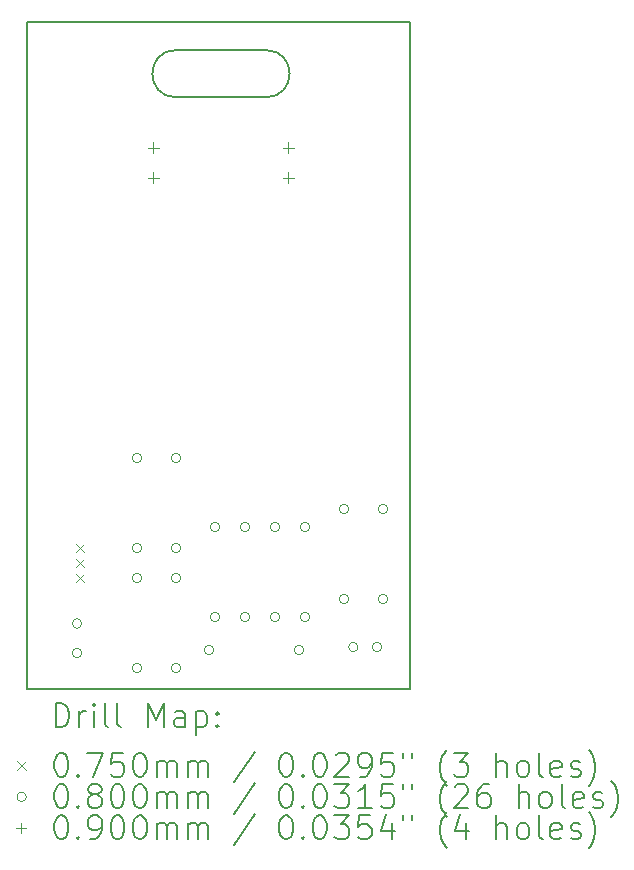
<source format=gbr>
%TF.GenerationSoftware,KiCad,Pcbnew,7.0.2*%
%TF.CreationDate,2023-06-14T17:11:07-03:00*%
%TF.ProjectId,digiKey,64696769-4b65-4792-9e6b-696361645f70,V1*%
%TF.SameCoordinates,Original*%
%TF.FileFunction,Drillmap*%
%TF.FilePolarity,Positive*%
%FSLAX45Y45*%
G04 Gerber Fmt 4.5, Leading zero omitted, Abs format (unit mm)*
G04 Created by KiCad (PCBNEW 7.0.2) date 2023-06-14 17:11:07*
%MOMM*%
%LPD*%
G01*
G04 APERTURE LIST*
%ADD10C,0.200000*%
%ADD11C,0.075000*%
%ADD12C,0.080000*%
%ADD13C,0.090000*%
G04 APERTURE END LIST*
D10*
X14859000Y-10560000D02*
G75*
G03*
X14859000Y-10160000I0J200000D01*
G01*
X14097000Y-10160000D02*
G75*
G03*
X14097000Y-10560000I0J-200000D01*
G01*
X14859000Y-10560000D02*
X14097000Y-10560000D01*
X14097000Y-10160000D02*
X14859000Y-10160000D01*
X12839700Y-9918700D02*
X16078200Y-9918700D01*
X16078200Y-15570200D01*
X12839700Y-15570200D01*
X12839700Y-9918700D01*
D11*
X13246700Y-14338900D02*
X13321700Y-14413900D01*
X13321700Y-14338900D02*
X13246700Y-14413900D01*
X13246700Y-14465900D02*
X13321700Y-14540900D01*
X13321700Y-14465900D02*
X13246700Y-14540900D01*
X13246700Y-14592900D02*
X13321700Y-14667900D01*
X13321700Y-14592900D02*
X13246700Y-14667900D01*
D12*
X13298800Y-15015400D02*
G75*
G03*
X13298800Y-15015400I-40000J0D01*
G01*
X13298800Y-15265400D02*
G75*
G03*
X13298800Y-15265400I-40000J0D01*
G01*
X13806800Y-13614400D02*
G75*
G03*
X13806800Y-13614400I-40000J0D01*
G01*
X13806800Y-14376400D02*
G75*
G03*
X13806800Y-14376400I-40000J0D01*
G01*
X13806800Y-14630400D02*
G75*
G03*
X13806800Y-14630400I-40000J0D01*
G01*
X13806800Y-15392400D02*
G75*
G03*
X13806800Y-15392400I-40000J0D01*
G01*
X14137000Y-13614400D02*
G75*
G03*
X14137000Y-13614400I-40000J0D01*
G01*
X14137000Y-14376400D02*
G75*
G03*
X14137000Y-14376400I-40000J0D01*
G01*
X14137000Y-14630400D02*
G75*
G03*
X14137000Y-14630400I-40000J0D01*
G01*
X14137000Y-15392400D02*
G75*
G03*
X14137000Y-15392400I-40000J0D01*
G01*
X14416400Y-15240000D02*
G75*
G03*
X14416400Y-15240000I-40000J0D01*
G01*
X14467200Y-14198600D02*
G75*
G03*
X14467200Y-14198600I-40000J0D01*
G01*
X14467200Y-14960600D02*
G75*
G03*
X14467200Y-14960600I-40000J0D01*
G01*
X14721200Y-14198600D02*
G75*
G03*
X14721200Y-14198600I-40000J0D01*
G01*
X14721200Y-14960600D02*
G75*
G03*
X14721200Y-14960600I-40000J0D01*
G01*
X14975200Y-14198600D02*
G75*
G03*
X14975200Y-14198600I-40000J0D01*
G01*
X14975200Y-14960600D02*
G75*
G03*
X14975200Y-14960600I-40000J0D01*
G01*
X15178400Y-15240000D02*
G75*
G03*
X15178400Y-15240000I-40000J0D01*
G01*
X15229200Y-14198600D02*
G75*
G03*
X15229200Y-14198600I-40000J0D01*
G01*
X15229200Y-14960600D02*
G75*
G03*
X15229200Y-14960600I-40000J0D01*
G01*
X15559400Y-14046200D02*
G75*
G03*
X15559400Y-14046200I-40000J0D01*
G01*
X15559400Y-14808200D02*
G75*
G03*
X15559400Y-14808200I-40000J0D01*
G01*
X15638800Y-15214600D02*
G75*
G03*
X15638800Y-15214600I-40000J0D01*
G01*
X15838800Y-15214600D02*
G75*
G03*
X15838800Y-15214600I-40000J0D01*
G01*
X15889600Y-14046200D02*
G75*
G03*
X15889600Y-14046200I-40000J0D01*
G01*
X15889600Y-14808200D02*
G75*
G03*
X15889600Y-14808200I-40000J0D01*
G01*
D13*
X13906500Y-10940500D02*
X13906500Y-11030500D01*
X13861500Y-10985500D02*
X13951500Y-10985500D01*
X13906500Y-11194500D02*
X13906500Y-11284500D01*
X13861500Y-11239500D02*
X13951500Y-11239500D01*
X15049500Y-10940500D02*
X15049500Y-11030500D01*
X15004500Y-10985500D02*
X15094500Y-10985500D01*
X15049500Y-11194500D02*
X15049500Y-11284500D01*
X15004500Y-11239500D02*
X15094500Y-11239500D01*
D10*
X13077319Y-15892724D02*
X13077319Y-15692724D01*
X13077319Y-15692724D02*
X13124938Y-15692724D01*
X13124938Y-15692724D02*
X13153509Y-15702248D01*
X13153509Y-15702248D02*
X13172557Y-15721295D01*
X13172557Y-15721295D02*
X13182081Y-15740343D01*
X13182081Y-15740343D02*
X13191605Y-15778438D01*
X13191605Y-15778438D02*
X13191605Y-15807009D01*
X13191605Y-15807009D02*
X13182081Y-15845105D01*
X13182081Y-15845105D02*
X13172557Y-15864152D01*
X13172557Y-15864152D02*
X13153509Y-15883200D01*
X13153509Y-15883200D02*
X13124938Y-15892724D01*
X13124938Y-15892724D02*
X13077319Y-15892724D01*
X13277319Y-15892724D02*
X13277319Y-15759390D01*
X13277319Y-15797486D02*
X13286843Y-15778438D01*
X13286843Y-15778438D02*
X13296367Y-15768914D01*
X13296367Y-15768914D02*
X13315414Y-15759390D01*
X13315414Y-15759390D02*
X13334462Y-15759390D01*
X13401128Y-15892724D02*
X13401128Y-15759390D01*
X13401128Y-15692724D02*
X13391605Y-15702248D01*
X13391605Y-15702248D02*
X13401128Y-15711771D01*
X13401128Y-15711771D02*
X13410652Y-15702248D01*
X13410652Y-15702248D02*
X13401128Y-15692724D01*
X13401128Y-15692724D02*
X13401128Y-15711771D01*
X13524938Y-15892724D02*
X13505890Y-15883200D01*
X13505890Y-15883200D02*
X13496367Y-15864152D01*
X13496367Y-15864152D02*
X13496367Y-15692724D01*
X13629700Y-15892724D02*
X13610652Y-15883200D01*
X13610652Y-15883200D02*
X13601128Y-15864152D01*
X13601128Y-15864152D02*
X13601128Y-15692724D01*
X13858271Y-15892724D02*
X13858271Y-15692724D01*
X13858271Y-15692724D02*
X13924938Y-15835581D01*
X13924938Y-15835581D02*
X13991605Y-15692724D01*
X13991605Y-15692724D02*
X13991605Y-15892724D01*
X14172557Y-15892724D02*
X14172557Y-15787962D01*
X14172557Y-15787962D02*
X14163033Y-15768914D01*
X14163033Y-15768914D02*
X14143986Y-15759390D01*
X14143986Y-15759390D02*
X14105890Y-15759390D01*
X14105890Y-15759390D02*
X14086843Y-15768914D01*
X14172557Y-15883200D02*
X14153509Y-15892724D01*
X14153509Y-15892724D02*
X14105890Y-15892724D01*
X14105890Y-15892724D02*
X14086843Y-15883200D01*
X14086843Y-15883200D02*
X14077319Y-15864152D01*
X14077319Y-15864152D02*
X14077319Y-15845105D01*
X14077319Y-15845105D02*
X14086843Y-15826057D01*
X14086843Y-15826057D02*
X14105890Y-15816533D01*
X14105890Y-15816533D02*
X14153509Y-15816533D01*
X14153509Y-15816533D02*
X14172557Y-15807009D01*
X14267795Y-15759390D02*
X14267795Y-15959390D01*
X14267795Y-15768914D02*
X14286843Y-15759390D01*
X14286843Y-15759390D02*
X14324938Y-15759390D01*
X14324938Y-15759390D02*
X14343986Y-15768914D01*
X14343986Y-15768914D02*
X14353509Y-15778438D01*
X14353509Y-15778438D02*
X14363033Y-15797486D01*
X14363033Y-15797486D02*
X14363033Y-15854628D01*
X14363033Y-15854628D02*
X14353509Y-15873676D01*
X14353509Y-15873676D02*
X14343986Y-15883200D01*
X14343986Y-15883200D02*
X14324938Y-15892724D01*
X14324938Y-15892724D02*
X14286843Y-15892724D01*
X14286843Y-15892724D02*
X14267795Y-15883200D01*
X14448748Y-15873676D02*
X14458271Y-15883200D01*
X14458271Y-15883200D02*
X14448748Y-15892724D01*
X14448748Y-15892724D02*
X14439224Y-15883200D01*
X14439224Y-15883200D02*
X14448748Y-15873676D01*
X14448748Y-15873676D02*
X14448748Y-15892724D01*
X14448748Y-15768914D02*
X14458271Y-15778438D01*
X14458271Y-15778438D02*
X14448748Y-15787962D01*
X14448748Y-15787962D02*
X14439224Y-15778438D01*
X14439224Y-15778438D02*
X14448748Y-15768914D01*
X14448748Y-15768914D02*
X14448748Y-15787962D01*
D11*
X12754700Y-16182700D02*
X12829700Y-16257700D01*
X12829700Y-16182700D02*
X12754700Y-16257700D01*
D10*
X13115414Y-16112724D02*
X13134462Y-16112724D01*
X13134462Y-16112724D02*
X13153509Y-16122248D01*
X13153509Y-16122248D02*
X13163033Y-16131771D01*
X13163033Y-16131771D02*
X13172557Y-16150819D01*
X13172557Y-16150819D02*
X13182081Y-16188914D01*
X13182081Y-16188914D02*
X13182081Y-16236533D01*
X13182081Y-16236533D02*
X13172557Y-16274628D01*
X13172557Y-16274628D02*
X13163033Y-16293676D01*
X13163033Y-16293676D02*
X13153509Y-16303200D01*
X13153509Y-16303200D02*
X13134462Y-16312724D01*
X13134462Y-16312724D02*
X13115414Y-16312724D01*
X13115414Y-16312724D02*
X13096367Y-16303200D01*
X13096367Y-16303200D02*
X13086843Y-16293676D01*
X13086843Y-16293676D02*
X13077319Y-16274628D01*
X13077319Y-16274628D02*
X13067795Y-16236533D01*
X13067795Y-16236533D02*
X13067795Y-16188914D01*
X13067795Y-16188914D02*
X13077319Y-16150819D01*
X13077319Y-16150819D02*
X13086843Y-16131771D01*
X13086843Y-16131771D02*
X13096367Y-16122248D01*
X13096367Y-16122248D02*
X13115414Y-16112724D01*
X13267795Y-16293676D02*
X13277319Y-16303200D01*
X13277319Y-16303200D02*
X13267795Y-16312724D01*
X13267795Y-16312724D02*
X13258271Y-16303200D01*
X13258271Y-16303200D02*
X13267795Y-16293676D01*
X13267795Y-16293676D02*
X13267795Y-16312724D01*
X13343986Y-16112724D02*
X13477319Y-16112724D01*
X13477319Y-16112724D02*
X13391605Y-16312724D01*
X13648748Y-16112724D02*
X13553509Y-16112724D01*
X13553509Y-16112724D02*
X13543986Y-16207962D01*
X13543986Y-16207962D02*
X13553509Y-16198438D01*
X13553509Y-16198438D02*
X13572557Y-16188914D01*
X13572557Y-16188914D02*
X13620176Y-16188914D01*
X13620176Y-16188914D02*
X13639224Y-16198438D01*
X13639224Y-16198438D02*
X13648748Y-16207962D01*
X13648748Y-16207962D02*
X13658271Y-16227009D01*
X13658271Y-16227009D02*
X13658271Y-16274628D01*
X13658271Y-16274628D02*
X13648748Y-16293676D01*
X13648748Y-16293676D02*
X13639224Y-16303200D01*
X13639224Y-16303200D02*
X13620176Y-16312724D01*
X13620176Y-16312724D02*
X13572557Y-16312724D01*
X13572557Y-16312724D02*
X13553509Y-16303200D01*
X13553509Y-16303200D02*
X13543986Y-16293676D01*
X13782081Y-16112724D02*
X13801129Y-16112724D01*
X13801129Y-16112724D02*
X13820176Y-16122248D01*
X13820176Y-16122248D02*
X13829700Y-16131771D01*
X13829700Y-16131771D02*
X13839224Y-16150819D01*
X13839224Y-16150819D02*
X13848748Y-16188914D01*
X13848748Y-16188914D02*
X13848748Y-16236533D01*
X13848748Y-16236533D02*
X13839224Y-16274628D01*
X13839224Y-16274628D02*
X13829700Y-16293676D01*
X13829700Y-16293676D02*
X13820176Y-16303200D01*
X13820176Y-16303200D02*
X13801129Y-16312724D01*
X13801129Y-16312724D02*
X13782081Y-16312724D01*
X13782081Y-16312724D02*
X13763033Y-16303200D01*
X13763033Y-16303200D02*
X13753509Y-16293676D01*
X13753509Y-16293676D02*
X13743986Y-16274628D01*
X13743986Y-16274628D02*
X13734462Y-16236533D01*
X13734462Y-16236533D02*
X13734462Y-16188914D01*
X13734462Y-16188914D02*
X13743986Y-16150819D01*
X13743986Y-16150819D02*
X13753509Y-16131771D01*
X13753509Y-16131771D02*
X13763033Y-16122248D01*
X13763033Y-16122248D02*
X13782081Y-16112724D01*
X13934462Y-16312724D02*
X13934462Y-16179390D01*
X13934462Y-16198438D02*
X13943986Y-16188914D01*
X13943986Y-16188914D02*
X13963033Y-16179390D01*
X13963033Y-16179390D02*
X13991605Y-16179390D01*
X13991605Y-16179390D02*
X14010652Y-16188914D01*
X14010652Y-16188914D02*
X14020176Y-16207962D01*
X14020176Y-16207962D02*
X14020176Y-16312724D01*
X14020176Y-16207962D02*
X14029700Y-16188914D01*
X14029700Y-16188914D02*
X14048748Y-16179390D01*
X14048748Y-16179390D02*
X14077319Y-16179390D01*
X14077319Y-16179390D02*
X14096367Y-16188914D01*
X14096367Y-16188914D02*
X14105890Y-16207962D01*
X14105890Y-16207962D02*
X14105890Y-16312724D01*
X14201129Y-16312724D02*
X14201129Y-16179390D01*
X14201129Y-16198438D02*
X14210652Y-16188914D01*
X14210652Y-16188914D02*
X14229700Y-16179390D01*
X14229700Y-16179390D02*
X14258271Y-16179390D01*
X14258271Y-16179390D02*
X14277319Y-16188914D01*
X14277319Y-16188914D02*
X14286843Y-16207962D01*
X14286843Y-16207962D02*
X14286843Y-16312724D01*
X14286843Y-16207962D02*
X14296367Y-16188914D01*
X14296367Y-16188914D02*
X14315414Y-16179390D01*
X14315414Y-16179390D02*
X14343986Y-16179390D01*
X14343986Y-16179390D02*
X14363033Y-16188914D01*
X14363033Y-16188914D02*
X14372557Y-16207962D01*
X14372557Y-16207962D02*
X14372557Y-16312724D01*
X14763033Y-16103200D02*
X14591605Y-16360343D01*
X15020176Y-16112724D02*
X15039224Y-16112724D01*
X15039224Y-16112724D02*
X15058272Y-16122248D01*
X15058272Y-16122248D02*
X15067795Y-16131771D01*
X15067795Y-16131771D02*
X15077319Y-16150819D01*
X15077319Y-16150819D02*
X15086843Y-16188914D01*
X15086843Y-16188914D02*
X15086843Y-16236533D01*
X15086843Y-16236533D02*
X15077319Y-16274628D01*
X15077319Y-16274628D02*
X15067795Y-16293676D01*
X15067795Y-16293676D02*
X15058272Y-16303200D01*
X15058272Y-16303200D02*
X15039224Y-16312724D01*
X15039224Y-16312724D02*
X15020176Y-16312724D01*
X15020176Y-16312724D02*
X15001129Y-16303200D01*
X15001129Y-16303200D02*
X14991605Y-16293676D01*
X14991605Y-16293676D02*
X14982081Y-16274628D01*
X14982081Y-16274628D02*
X14972557Y-16236533D01*
X14972557Y-16236533D02*
X14972557Y-16188914D01*
X14972557Y-16188914D02*
X14982081Y-16150819D01*
X14982081Y-16150819D02*
X14991605Y-16131771D01*
X14991605Y-16131771D02*
X15001129Y-16122248D01*
X15001129Y-16122248D02*
X15020176Y-16112724D01*
X15172557Y-16293676D02*
X15182081Y-16303200D01*
X15182081Y-16303200D02*
X15172557Y-16312724D01*
X15172557Y-16312724D02*
X15163033Y-16303200D01*
X15163033Y-16303200D02*
X15172557Y-16293676D01*
X15172557Y-16293676D02*
X15172557Y-16312724D01*
X15305891Y-16112724D02*
X15324938Y-16112724D01*
X15324938Y-16112724D02*
X15343986Y-16122248D01*
X15343986Y-16122248D02*
X15353510Y-16131771D01*
X15353510Y-16131771D02*
X15363033Y-16150819D01*
X15363033Y-16150819D02*
X15372557Y-16188914D01*
X15372557Y-16188914D02*
X15372557Y-16236533D01*
X15372557Y-16236533D02*
X15363033Y-16274628D01*
X15363033Y-16274628D02*
X15353510Y-16293676D01*
X15353510Y-16293676D02*
X15343986Y-16303200D01*
X15343986Y-16303200D02*
X15324938Y-16312724D01*
X15324938Y-16312724D02*
X15305891Y-16312724D01*
X15305891Y-16312724D02*
X15286843Y-16303200D01*
X15286843Y-16303200D02*
X15277319Y-16293676D01*
X15277319Y-16293676D02*
X15267795Y-16274628D01*
X15267795Y-16274628D02*
X15258272Y-16236533D01*
X15258272Y-16236533D02*
X15258272Y-16188914D01*
X15258272Y-16188914D02*
X15267795Y-16150819D01*
X15267795Y-16150819D02*
X15277319Y-16131771D01*
X15277319Y-16131771D02*
X15286843Y-16122248D01*
X15286843Y-16122248D02*
X15305891Y-16112724D01*
X15448748Y-16131771D02*
X15458272Y-16122248D01*
X15458272Y-16122248D02*
X15477319Y-16112724D01*
X15477319Y-16112724D02*
X15524938Y-16112724D01*
X15524938Y-16112724D02*
X15543986Y-16122248D01*
X15543986Y-16122248D02*
X15553510Y-16131771D01*
X15553510Y-16131771D02*
X15563033Y-16150819D01*
X15563033Y-16150819D02*
X15563033Y-16169867D01*
X15563033Y-16169867D02*
X15553510Y-16198438D01*
X15553510Y-16198438D02*
X15439224Y-16312724D01*
X15439224Y-16312724D02*
X15563033Y-16312724D01*
X15658272Y-16312724D02*
X15696367Y-16312724D01*
X15696367Y-16312724D02*
X15715414Y-16303200D01*
X15715414Y-16303200D02*
X15724938Y-16293676D01*
X15724938Y-16293676D02*
X15743986Y-16265105D01*
X15743986Y-16265105D02*
X15753510Y-16227009D01*
X15753510Y-16227009D02*
X15753510Y-16150819D01*
X15753510Y-16150819D02*
X15743986Y-16131771D01*
X15743986Y-16131771D02*
X15734462Y-16122248D01*
X15734462Y-16122248D02*
X15715414Y-16112724D01*
X15715414Y-16112724D02*
X15677319Y-16112724D01*
X15677319Y-16112724D02*
X15658272Y-16122248D01*
X15658272Y-16122248D02*
X15648748Y-16131771D01*
X15648748Y-16131771D02*
X15639224Y-16150819D01*
X15639224Y-16150819D02*
X15639224Y-16198438D01*
X15639224Y-16198438D02*
X15648748Y-16217486D01*
X15648748Y-16217486D02*
X15658272Y-16227009D01*
X15658272Y-16227009D02*
X15677319Y-16236533D01*
X15677319Y-16236533D02*
X15715414Y-16236533D01*
X15715414Y-16236533D02*
X15734462Y-16227009D01*
X15734462Y-16227009D02*
X15743986Y-16217486D01*
X15743986Y-16217486D02*
X15753510Y-16198438D01*
X15934462Y-16112724D02*
X15839224Y-16112724D01*
X15839224Y-16112724D02*
X15829700Y-16207962D01*
X15829700Y-16207962D02*
X15839224Y-16198438D01*
X15839224Y-16198438D02*
X15858272Y-16188914D01*
X15858272Y-16188914D02*
X15905891Y-16188914D01*
X15905891Y-16188914D02*
X15924938Y-16198438D01*
X15924938Y-16198438D02*
X15934462Y-16207962D01*
X15934462Y-16207962D02*
X15943986Y-16227009D01*
X15943986Y-16227009D02*
X15943986Y-16274628D01*
X15943986Y-16274628D02*
X15934462Y-16293676D01*
X15934462Y-16293676D02*
X15924938Y-16303200D01*
X15924938Y-16303200D02*
X15905891Y-16312724D01*
X15905891Y-16312724D02*
X15858272Y-16312724D01*
X15858272Y-16312724D02*
X15839224Y-16303200D01*
X15839224Y-16303200D02*
X15829700Y-16293676D01*
X16020176Y-16112724D02*
X16020176Y-16150819D01*
X16096367Y-16112724D02*
X16096367Y-16150819D01*
X16391605Y-16388914D02*
X16382081Y-16379390D01*
X16382081Y-16379390D02*
X16363034Y-16350819D01*
X16363034Y-16350819D02*
X16353510Y-16331771D01*
X16353510Y-16331771D02*
X16343986Y-16303200D01*
X16343986Y-16303200D02*
X16334462Y-16255581D01*
X16334462Y-16255581D02*
X16334462Y-16217486D01*
X16334462Y-16217486D02*
X16343986Y-16169867D01*
X16343986Y-16169867D02*
X16353510Y-16141295D01*
X16353510Y-16141295D02*
X16363034Y-16122248D01*
X16363034Y-16122248D02*
X16382081Y-16093676D01*
X16382081Y-16093676D02*
X16391605Y-16084152D01*
X16448748Y-16112724D02*
X16572557Y-16112724D01*
X16572557Y-16112724D02*
X16505891Y-16188914D01*
X16505891Y-16188914D02*
X16534462Y-16188914D01*
X16534462Y-16188914D02*
X16553510Y-16198438D01*
X16553510Y-16198438D02*
X16563034Y-16207962D01*
X16563034Y-16207962D02*
X16572557Y-16227009D01*
X16572557Y-16227009D02*
X16572557Y-16274628D01*
X16572557Y-16274628D02*
X16563034Y-16293676D01*
X16563034Y-16293676D02*
X16553510Y-16303200D01*
X16553510Y-16303200D02*
X16534462Y-16312724D01*
X16534462Y-16312724D02*
X16477319Y-16312724D01*
X16477319Y-16312724D02*
X16458272Y-16303200D01*
X16458272Y-16303200D02*
X16448748Y-16293676D01*
X16810653Y-16312724D02*
X16810653Y-16112724D01*
X16896367Y-16312724D02*
X16896367Y-16207962D01*
X16896367Y-16207962D02*
X16886843Y-16188914D01*
X16886843Y-16188914D02*
X16867796Y-16179390D01*
X16867796Y-16179390D02*
X16839224Y-16179390D01*
X16839224Y-16179390D02*
X16820177Y-16188914D01*
X16820177Y-16188914D02*
X16810653Y-16198438D01*
X17020177Y-16312724D02*
X17001129Y-16303200D01*
X17001129Y-16303200D02*
X16991605Y-16293676D01*
X16991605Y-16293676D02*
X16982081Y-16274628D01*
X16982081Y-16274628D02*
X16982081Y-16217486D01*
X16982081Y-16217486D02*
X16991605Y-16198438D01*
X16991605Y-16198438D02*
X17001129Y-16188914D01*
X17001129Y-16188914D02*
X17020177Y-16179390D01*
X17020177Y-16179390D02*
X17048748Y-16179390D01*
X17048748Y-16179390D02*
X17067796Y-16188914D01*
X17067796Y-16188914D02*
X17077319Y-16198438D01*
X17077319Y-16198438D02*
X17086843Y-16217486D01*
X17086843Y-16217486D02*
X17086843Y-16274628D01*
X17086843Y-16274628D02*
X17077319Y-16293676D01*
X17077319Y-16293676D02*
X17067796Y-16303200D01*
X17067796Y-16303200D02*
X17048748Y-16312724D01*
X17048748Y-16312724D02*
X17020177Y-16312724D01*
X17201129Y-16312724D02*
X17182081Y-16303200D01*
X17182081Y-16303200D02*
X17172558Y-16284152D01*
X17172558Y-16284152D02*
X17172558Y-16112724D01*
X17353510Y-16303200D02*
X17334462Y-16312724D01*
X17334462Y-16312724D02*
X17296367Y-16312724D01*
X17296367Y-16312724D02*
X17277319Y-16303200D01*
X17277319Y-16303200D02*
X17267796Y-16284152D01*
X17267796Y-16284152D02*
X17267796Y-16207962D01*
X17267796Y-16207962D02*
X17277319Y-16188914D01*
X17277319Y-16188914D02*
X17296367Y-16179390D01*
X17296367Y-16179390D02*
X17334462Y-16179390D01*
X17334462Y-16179390D02*
X17353510Y-16188914D01*
X17353510Y-16188914D02*
X17363034Y-16207962D01*
X17363034Y-16207962D02*
X17363034Y-16227009D01*
X17363034Y-16227009D02*
X17267796Y-16246057D01*
X17439224Y-16303200D02*
X17458272Y-16312724D01*
X17458272Y-16312724D02*
X17496367Y-16312724D01*
X17496367Y-16312724D02*
X17515415Y-16303200D01*
X17515415Y-16303200D02*
X17524939Y-16284152D01*
X17524939Y-16284152D02*
X17524939Y-16274628D01*
X17524939Y-16274628D02*
X17515415Y-16255581D01*
X17515415Y-16255581D02*
X17496367Y-16246057D01*
X17496367Y-16246057D02*
X17467796Y-16246057D01*
X17467796Y-16246057D02*
X17448748Y-16236533D01*
X17448748Y-16236533D02*
X17439224Y-16217486D01*
X17439224Y-16217486D02*
X17439224Y-16207962D01*
X17439224Y-16207962D02*
X17448748Y-16188914D01*
X17448748Y-16188914D02*
X17467796Y-16179390D01*
X17467796Y-16179390D02*
X17496367Y-16179390D01*
X17496367Y-16179390D02*
X17515415Y-16188914D01*
X17591605Y-16388914D02*
X17601129Y-16379390D01*
X17601129Y-16379390D02*
X17620177Y-16350819D01*
X17620177Y-16350819D02*
X17629700Y-16331771D01*
X17629700Y-16331771D02*
X17639224Y-16303200D01*
X17639224Y-16303200D02*
X17648748Y-16255581D01*
X17648748Y-16255581D02*
X17648748Y-16217486D01*
X17648748Y-16217486D02*
X17639224Y-16169867D01*
X17639224Y-16169867D02*
X17629700Y-16141295D01*
X17629700Y-16141295D02*
X17620177Y-16122248D01*
X17620177Y-16122248D02*
X17601129Y-16093676D01*
X17601129Y-16093676D02*
X17591605Y-16084152D01*
D12*
X12829700Y-16484200D02*
G75*
G03*
X12829700Y-16484200I-40000J0D01*
G01*
D10*
X13115414Y-16376724D02*
X13134462Y-16376724D01*
X13134462Y-16376724D02*
X13153509Y-16386248D01*
X13153509Y-16386248D02*
X13163033Y-16395771D01*
X13163033Y-16395771D02*
X13172557Y-16414819D01*
X13172557Y-16414819D02*
X13182081Y-16452914D01*
X13182081Y-16452914D02*
X13182081Y-16500533D01*
X13182081Y-16500533D02*
X13172557Y-16538628D01*
X13172557Y-16538628D02*
X13163033Y-16557676D01*
X13163033Y-16557676D02*
X13153509Y-16567200D01*
X13153509Y-16567200D02*
X13134462Y-16576724D01*
X13134462Y-16576724D02*
X13115414Y-16576724D01*
X13115414Y-16576724D02*
X13096367Y-16567200D01*
X13096367Y-16567200D02*
X13086843Y-16557676D01*
X13086843Y-16557676D02*
X13077319Y-16538628D01*
X13077319Y-16538628D02*
X13067795Y-16500533D01*
X13067795Y-16500533D02*
X13067795Y-16452914D01*
X13067795Y-16452914D02*
X13077319Y-16414819D01*
X13077319Y-16414819D02*
X13086843Y-16395771D01*
X13086843Y-16395771D02*
X13096367Y-16386248D01*
X13096367Y-16386248D02*
X13115414Y-16376724D01*
X13267795Y-16557676D02*
X13277319Y-16567200D01*
X13277319Y-16567200D02*
X13267795Y-16576724D01*
X13267795Y-16576724D02*
X13258271Y-16567200D01*
X13258271Y-16567200D02*
X13267795Y-16557676D01*
X13267795Y-16557676D02*
X13267795Y-16576724D01*
X13391605Y-16462438D02*
X13372557Y-16452914D01*
X13372557Y-16452914D02*
X13363033Y-16443390D01*
X13363033Y-16443390D02*
X13353509Y-16424343D01*
X13353509Y-16424343D02*
X13353509Y-16414819D01*
X13353509Y-16414819D02*
X13363033Y-16395771D01*
X13363033Y-16395771D02*
X13372557Y-16386248D01*
X13372557Y-16386248D02*
X13391605Y-16376724D01*
X13391605Y-16376724D02*
X13429700Y-16376724D01*
X13429700Y-16376724D02*
X13448748Y-16386248D01*
X13448748Y-16386248D02*
X13458271Y-16395771D01*
X13458271Y-16395771D02*
X13467795Y-16414819D01*
X13467795Y-16414819D02*
X13467795Y-16424343D01*
X13467795Y-16424343D02*
X13458271Y-16443390D01*
X13458271Y-16443390D02*
X13448748Y-16452914D01*
X13448748Y-16452914D02*
X13429700Y-16462438D01*
X13429700Y-16462438D02*
X13391605Y-16462438D01*
X13391605Y-16462438D02*
X13372557Y-16471962D01*
X13372557Y-16471962D02*
X13363033Y-16481486D01*
X13363033Y-16481486D02*
X13353509Y-16500533D01*
X13353509Y-16500533D02*
X13353509Y-16538628D01*
X13353509Y-16538628D02*
X13363033Y-16557676D01*
X13363033Y-16557676D02*
X13372557Y-16567200D01*
X13372557Y-16567200D02*
X13391605Y-16576724D01*
X13391605Y-16576724D02*
X13429700Y-16576724D01*
X13429700Y-16576724D02*
X13448748Y-16567200D01*
X13448748Y-16567200D02*
X13458271Y-16557676D01*
X13458271Y-16557676D02*
X13467795Y-16538628D01*
X13467795Y-16538628D02*
X13467795Y-16500533D01*
X13467795Y-16500533D02*
X13458271Y-16481486D01*
X13458271Y-16481486D02*
X13448748Y-16471962D01*
X13448748Y-16471962D02*
X13429700Y-16462438D01*
X13591605Y-16376724D02*
X13610652Y-16376724D01*
X13610652Y-16376724D02*
X13629700Y-16386248D01*
X13629700Y-16386248D02*
X13639224Y-16395771D01*
X13639224Y-16395771D02*
X13648748Y-16414819D01*
X13648748Y-16414819D02*
X13658271Y-16452914D01*
X13658271Y-16452914D02*
X13658271Y-16500533D01*
X13658271Y-16500533D02*
X13648748Y-16538628D01*
X13648748Y-16538628D02*
X13639224Y-16557676D01*
X13639224Y-16557676D02*
X13629700Y-16567200D01*
X13629700Y-16567200D02*
X13610652Y-16576724D01*
X13610652Y-16576724D02*
X13591605Y-16576724D01*
X13591605Y-16576724D02*
X13572557Y-16567200D01*
X13572557Y-16567200D02*
X13563033Y-16557676D01*
X13563033Y-16557676D02*
X13553509Y-16538628D01*
X13553509Y-16538628D02*
X13543986Y-16500533D01*
X13543986Y-16500533D02*
X13543986Y-16452914D01*
X13543986Y-16452914D02*
X13553509Y-16414819D01*
X13553509Y-16414819D02*
X13563033Y-16395771D01*
X13563033Y-16395771D02*
X13572557Y-16386248D01*
X13572557Y-16386248D02*
X13591605Y-16376724D01*
X13782081Y-16376724D02*
X13801129Y-16376724D01*
X13801129Y-16376724D02*
X13820176Y-16386248D01*
X13820176Y-16386248D02*
X13829700Y-16395771D01*
X13829700Y-16395771D02*
X13839224Y-16414819D01*
X13839224Y-16414819D02*
X13848748Y-16452914D01*
X13848748Y-16452914D02*
X13848748Y-16500533D01*
X13848748Y-16500533D02*
X13839224Y-16538628D01*
X13839224Y-16538628D02*
X13829700Y-16557676D01*
X13829700Y-16557676D02*
X13820176Y-16567200D01*
X13820176Y-16567200D02*
X13801129Y-16576724D01*
X13801129Y-16576724D02*
X13782081Y-16576724D01*
X13782081Y-16576724D02*
X13763033Y-16567200D01*
X13763033Y-16567200D02*
X13753509Y-16557676D01*
X13753509Y-16557676D02*
X13743986Y-16538628D01*
X13743986Y-16538628D02*
X13734462Y-16500533D01*
X13734462Y-16500533D02*
X13734462Y-16452914D01*
X13734462Y-16452914D02*
X13743986Y-16414819D01*
X13743986Y-16414819D02*
X13753509Y-16395771D01*
X13753509Y-16395771D02*
X13763033Y-16386248D01*
X13763033Y-16386248D02*
X13782081Y-16376724D01*
X13934462Y-16576724D02*
X13934462Y-16443390D01*
X13934462Y-16462438D02*
X13943986Y-16452914D01*
X13943986Y-16452914D02*
X13963033Y-16443390D01*
X13963033Y-16443390D02*
X13991605Y-16443390D01*
X13991605Y-16443390D02*
X14010652Y-16452914D01*
X14010652Y-16452914D02*
X14020176Y-16471962D01*
X14020176Y-16471962D02*
X14020176Y-16576724D01*
X14020176Y-16471962D02*
X14029700Y-16452914D01*
X14029700Y-16452914D02*
X14048748Y-16443390D01*
X14048748Y-16443390D02*
X14077319Y-16443390D01*
X14077319Y-16443390D02*
X14096367Y-16452914D01*
X14096367Y-16452914D02*
X14105890Y-16471962D01*
X14105890Y-16471962D02*
X14105890Y-16576724D01*
X14201129Y-16576724D02*
X14201129Y-16443390D01*
X14201129Y-16462438D02*
X14210652Y-16452914D01*
X14210652Y-16452914D02*
X14229700Y-16443390D01*
X14229700Y-16443390D02*
X14258271Y-16443390D01*
X14258271Y-16443390D02*
X14277319Y-16452914D01*
X14277319Y-16452914D02*
X14286843Y-16471962D01*
X14286843Y-16471962D02*
X14286843Y-16576724D01*
X14286843Y-16471962D02*
X14296367Y-16452914D01*
X14296367Y-16452914D02*
X14315414Y-16443390D01*
X14315414Y-16443390D02*
X14343986Y-16443390D01*
X14343986Y-16443390D02*
X14363033Y-16452914D01*
X14363033Y-16452914D02*
X14372557Y-16471962D01*
X14372557Y-16471962D02*
X14372557Y-16576724D01*
X14763033Y-16367200D02*
X14591605Y-16624343D01*
X15020176Y-16376724D02*
X15039224Y-16376724D01*
X15039224Y-16376724D02*
X15058272Y-16386248D01*
X15058272Y-16386248D02*
X15067795Y-16395771D01*
X15067795Y-16395771D02*
X15077319Y-16414819D01*
X15077319Y-16414819D02*
X15086843Y-16452914D01*
X15086843Y-16452914D02*
X15086843Y-16500533D01*
X15086843Y-16500533D02*
X15077319Y-16538628D01*
X15077319Y-16538628D02*
X15067795Y-16557676D01*
X15067795Y-16557676D02*
X15058272Y-16567200D01*
X15058272Y-16567200D02*
X15039224Y-16576724D01*
X15039224Y-16576724D02*
X15020176Y-16576724D01*
X15020176Y-16576724D02*
X15001129Y-16567200D01*
X15001129Y-16567200D02*
X14991605Y-16557676D01*
X14991605Y-16557676D02*
X14982081Y-16538628D01*
X14982081Y-16538628D02*
X14972557Y-16500533D01*
X14972557Y-16500533D02*
X14972557Y-16452914D01*
X14972557Y-16452914D02*
X14982081Y-16414819D01*
X14982081Y-16414819D02*
X14991605Y-16395771D01*
X14991605Y-16395771D02*
X15001129Y-16386248D01*
X15001129Y-16386248D02*
X15020176Y-16376724D01*
X15172557Y-16557676D02*
X15182081Y-16567200D01*
X15182081Y-16567200D02*
X15172557Y-16576724D01*
X15172557Y-16576724D02*
X15163033Y-16567200D01*
X15163033Y-16567200D02*
X15172557Y-16557676D01*
X15172557Y-16557676D02*
X15172557Y-16576724D01*
X15305891Y-16376724D02*
X15324938Y-16376724D01*
X15324938Y-16376724D02*
X15343986Y-16386248D01*
X15343986Y-16386248D02*
X15353510Y-16395771D01*
X15353510Y-16395771D02*
X15363033Y-16414819D01*
X15363033Y-16414819D02*
X15372557Y-16452914D01*
X15372557Y-16452914D02*
X15372557Y-16500533D01*
X15372557Y-16500533D02*
X15363033Y-16538628D01*
X15363033Y-16538628D02*
X15353510Y-16557676D01*
X15353510Y-16557676D02*
X15343986Y-16567200D01*
X15343986Y-16567200D02*
X15324938Y-16576724D01*
X15324938Y-16576724D02*
X15305891Y-16576724D01*
X15305891Y-16576724D02*
X15286843Y-16567200D01*
X15286843Y-16567200D02*
X15277319Y-16557676D01*
X15277319Y-16557676D02*
X15267795Y-16538628D01*
X15267795Y-16538628D02*
X15258272Y-16500533D01*
X15258272Y-16500533D02*
X15258272Y-16452914D01*
X15258272Y-16452914D02*
X15267795Y-16414819D01*
X15267795Y-16414819D02*
X15277319Y-16395771D01*
X15277319Y-16395771D02*
X15286843Y-16386248D01*
X15286843Y-16386248D02*
X15305891Y-16376724D01*
X15439224Y-16376724D02*
X15563033Y-16376724D01*
X15563033Y-16376724D02*
X15496367Y-16452914D01*
X15496367Y-16452914D02*
X15524938Y-16452914D01*
X15524938Y-16452914D02*
X15543986Y-16462438D01*
X15543986Y-16462438D02*
X15553510Y-16471962D01*
X15553510Y-16471962D02*
X15563033Y-16491009D01*
X15563033Y-16491009D02*
X15563033Y-16538628D01*
X15563033Y-16538628D02*
X15553510Y-16557676D01*
X15553510Y-16557676D02*
X15543986Y-16567200D01*
X15543986Y-16567200D02*
X15524938Y-16576724D01*
X15524938Y-16576724D02*
X15467795Y-16576724D01*
X15467795Y-16576724D02*
X15448748Y-16567200D01*
X15448748Y-16567200D02*
X15439224Y-16557676D01*
X15753510Y-16576724D02*
X15639224Y-16576724D01*
X15696367Y-16576724D02*
X15696367Y-16376724D01*
X15696367Y-16376724D02*
X15677319Y-16405295D01*
X15677319Y-16405295D02*
X15658272Y-16424343D01*
X15658272Y-16424343D02*
X15639224Y-16433867D01*
X15934462Y-16376724D02*
X15839224Y-16376724D01*
X15839224Y-16376724D02*
X15829700Y-16471962D01*
X15829700Y-16471962D02*
X15839224Y-16462438D01*
X15839224Y-16462438D02*
X15858272Y-16452914D01*
X15858272Y-16452914D02*
X15905891Y-16452914D01*
X15905891Y-16452914D02*
X15924938Y-16462438D01*
X15924938Y-16462438D02*
X15934462Y-16471962D01*
X15934462Y-16471962D02*
X15943986Y-16491009D01*
X15943986Y-16491009D02*
X15943986Y-16538628D01*
X15943986Y-16538628D02*
X15934462Y-16557676D01*
X15934462Y-16557676D02*
X15924938Y-16567200D01*
X15924938Y-16567200D02*
X15905891Y-16576724D01*
X15905891Y-16576724D02*
X15858272Y-16576724D01*
X15858272Y-16576724D02*
X15839224Y-16567200D01*
X15839224Y-16567200D02*
X15829700Y-16557676D01*
X16020176Y-16376724D02*
X16020176Y-16414819D01*
X16096367Y-16376724D02*
X16096367Y-16414819D01*
X16391605Y-16652914D02*
X16382081Y-16643390D01*
X16382081Y-16643390D02*
X16363034Y-16614819D01*
X16363034Y-16614819D02*
X16353510Y-16595771D01*
X16353510Y-16595771D02*
X16343986Y-16567200D01*
X16343986Y-16567200D02*
X16334462Y-16519581D01*
X16334462Y-16519581D02*
X16334462Y-16481486D01*
X16334462Y-16481486D02*
X16343986Y-16433867D01*
X16343986Y-16433867D02*
X16353510Y-16405295D01*
X16353510Y-16405295D02*
X16363034Y-16386248D01*
X16363034Y-16386248D02*
X16382081Y-16357676D01*
X16382081Y-16357676D02*
X16391605Y-16348152D01*
X16458272Y-16395771D02*
X16467795Y-16386248D01*
X16467795Y-16386248D02*
X16486843Y-16376724D01*
X16486843Y-16376724D02*
X16534462Y-16376724D01*
X16534462Y-16376724D02*
X16553510Y-16386248D01*
X16553510Y-16386248D02*
X16563034Y-16395771D01*
X16563034Y-16395771D02*
X16572557Y-16414819D01*
X16572557Y-16414819D02*
X16572557Y-16433867D01*
X16572557Y-16433867D02*
X16563034Y-16462438D01*
X16563034Y-16462438D02*
X16448748Y-16576724D01*
X16448748Y-16576724D02*
X16572557Y-16576724D01*
X16743986Y-16376724D02*
X16705891Y-16376724D01*
X16705891Y-16376724D02*
X16686843Y-16386248D01*
X16686843Y-16386248D02*
X16677319Y-16395771D01*
X16677319Y-16395771D02*
X16658272Y-16424343D01*
X16658272Y-16424343D02*
X16648748Y-16462438D01*
X16648748Y-16462438D02*
X16648748Y-16538628D01*
X16648748Y-16538628D02*
X16658272Y-16557676D01*
X16658272Y-16557676D02*
X16667795Y-16567200D01*
X16667795Y-16567200D02*
X16686843Y-16576724D01*
X16686843Y-16576724D02*
X16724938Y-16576724D01*
X16724938Y-16576724D02*
X16743986Y-16567200D01*
X16743986Y-16567200D02*
X16753510Y-16557676D01*
X16753510Y-16557676D02*
X16763034Y-16538628D01*
X16763034Y-16538628D02*
X16763034Y-16491009D01*
X16763034Y-16491009D02*
X16753510Y-16471962D01*
X16753510Y-16471962D02*
X16743986Y-16462438D01*
X16743986Y-16462438D02*
X16724938Y-16452914D01*
X16724938Y-16452914D02*
X16686843Y-16452914D01*
X16686843Y-16452914D02*
X16667795Y-16462438D01*
X16667795Y-16462438D02*
X16658272Y-16471962D01*
X16658272Y-16471962D02*
X16648748Y-16491009D01*
X17001129Y-16576724D02*
X17001129Y-16376724D01*
X17086843Y-16576724D02*
X17086843Y-16471962D01*
X17086843Y-16471962D02*
X17077319Y-16452914D01*
X17077319Y-16452914D02*
X17058272Y-16443390D01*
X17058272Y-16443390D02*
X17029700Y-16443390D01*
X17029700Y-16443390D02*
X17010653Y-16452914D01*
X17010653Y-16452914D02*
X17001129Y-16462438D01*
X17210653Y-16576724D02*
X17191605Y-16567200D01*
X17191605Y-16567200D02*
X17182081Y-16557676D01*
X17182081Y-16557676D02*
X17172558Y-16538628D01*
X17172558Y-16538628D02*
X17172558Y-16481486D01*
X17172558Y-16481486D02*
X17182081Y-16462438D01*
X17182081Y-16462438D02*
X17191605Y-16452914D01*
X17191605Y-16452914D02*
X17210653Y-16443390D01*
X17210653Y-16443390D02*
X17239224Y-16443390D01*
X17239224Y-16443390D02*
X17258272Y-16452914D01*
X17258272Y-16452914D02*
X17267796Y-16462438D01*
X17267796Y-16462438D02*
X17277319Y-16481486D01*
X17277319Y-16481486D02*
X17277319Y-16538628D01*
X17277319Y-16538628D02*
X17267796Y-16557676D01*
X17267796Y-16557676D02*
X17258272Y-16567200D01*
X17258272Y-16567200D02*
X17239224Y-16576724D01*
X17239224Y-16576724D02*
X17210653Y-16576724D01*
X17391605Y-16576724D02*
X17372558Y-16567200D01*
X17372558Y-16567200D02*
X17363034Y-16548152D01*
X17363034Y-16548152D02*
X17363034Y-16376724D01*
X17543986Y-16567200D02*
X17524939Y-16576724D01*
X17524939Y-16576724D02*
X17486843Y-16576724D01*
X17486843Y-16576724D02*
X17467796Y-16567200D01*
X17467796Y-16567200D02*
X17458272Y-16548152D01*
X17458272Y-16548152D02*
X17458272Y-16471962D01*
X17458272Y-16471962D02*
X17467796Y-16452914D01*
X17467796Y-16452914D02*
X17486843Y-16443390D01*
X17486843Y-16443390D02*
X17524939Y-16443390D01*
X17524939Y-16443390D02*
X17543986Y-16452914D01*
X17543986Y-16452914D02*
X17553510Y-16471962D01*
X17553510Y-16471962D02*
X17553510Y-16491009D01*
X17553510Y-16491009D02*
X17458272Y-16510057D01*
X17629700Y-16567200D02*
X17648748Y-16576724D01*
X17648748Y-16576724D02*
X17686843Y-16576724D01*
X17686843Y-16576724D02*
X17705891Y-16567200D01*
X17705891Y-16567200D02*
X17715415Y-16548152D01*
X17715415Y-16548152D02*
X17715415Y-16538628D01*
X17715415Y-16538628D02*
X17705891Y-16519581D01*
X17705891Y-16519581D02*
X17686843Y-16510057D01*
X17686843Y-16510057D02*
X17658272Y-16510057D01*
X17658272Y-16510057D02*
X17639224Y-16500533D01*
X17639224Y-16500533D02*
X17629700Y-16481486D01*
X17629700Y-16481486D02*
X17629700Y-16471962D01*
X17629700Y-16471962D02*
X17639224Y-16452914D01*
X17639224Y-16452914D02*
X17658272Y-16443390D01*
X17658272Y-16443390D02*
X17686843Y-16443390D01*
X17686843Y-16443390D02*
X17705891Y-16452914D01*
X17782081Y-16652914D02*
X17791605Y-16643390D01*
X17791605Y-16643390D02*
X17810653Y-16614819D01*
X17810653Y-16614819D02*
X17820177Y-16595771D01*
X17820177Y-16595771D02*
X17829700Y-16567200D01*
X17829700Y-16567200D02*
X17839224Y-16519581D01*
X17839224Y-16519581D02*
X17839224Y-16481486D01*
X17839224Y-16481486D02*
X17829700Y-16433867D01*
X17829700Y-16433867D02*
X17820177Y-16405295D01*
X17820177Y-16405295D02*
X17810653Y-16386248D01*
X17810653Y-16386248D02*
X17791605Y-16357676D01*
X17791605Y-16357676D02*
X17782081Y-16348152D01*
D13*
X12784700Y-16703200D02*
X12784700Y-16793200D01*
X12739700Y-16748200D02*
X12829700Y-16748200D01*
D10*
X13115414Y-16640724D02*
X13134462Y-16640724D01*
X13134462Y-16640724D02*
X13153509Y-16650248D01*
X13153509Y-16650248D02*
X13163033Y-16659771D01*
X13163033Y-16659771D02*
X13172557Y-16678819D01*
X13172557Y-16678819D02*
X13182081Y-16716914D01*
X13182081Y-16716914D02*
X13182081Y-16764533D01*
X13182081Y-16764533D02*
X13172557Y-16802629D01*
X13172557Y-16802629D02*
X13163033Y-16821676D01*
X13163033Y-16821676D02*
X13153509Y-16831200D01*
X13153509Y-16831200D02*
X13134462Y-16840724D01*
X13134462Y-16840724D02*
X13115414Y-16840724D01*
X13115414Y-16840724D02*
X13096367Y-16831200D01*
X13096367Y-16831200D02*
X13086843Y-16821676D01*
X13086843Y-16821676D02*
X13077319Y-16802629D01*
X13077319Y-16802629D02*
X13067795Y-16764533D01*
X13067795Y-16764533D02*
X13067795Y-16716914D01*
X13067795Y-16716914D02*
X13077319Y-16678819D01*
X13077319Y-16678819D02*
X13086843Y-16659771D01*
X13086843Y-16659771D02*
X13096367Y-16650248D01*
X13096367Y-16650248D02*
X13115414Y-16640724D01*
X13267795Y-16821676D02*
X13277319Y-16831200D01*
X13277319Y-16831200D02*
X13267795Y-16840724D01*
X13267795Y-16840724D02*
X13258271Y-16831200D01*
X13258271Y-16831200D02*
X13267795Y-16821676D01*
X13267795Y-16821676D02*
X13267795Y-16840724D01*
X13372557Y-16840724D02*
X13410652Y-16840724D01*
X13410652Y-16840724D02*
X13429700Y-16831200D01*
X13429700Y-16831200D02*
X13439224Y-16821676D01*
X13439224Y-16821676D02*
X13458271Y-16793105D01*
X13458271Y-16793105D02*
X13467795Y-16755009D01*
X13467795Y-16755009D02*
X13467795Y-16678819D01*
X13467795Y-16678819D02*
X13458271Y-16659771D01*
X13458271Y-16659771D02*
X13448748Y-16650248D01*
X13448748Y-16650248D02*
X13429700Y-16640724D01*
X13429700Y-16640724D02*
X13391605Y-16640724D01*
X13391605Y-16640724D02*
X13372557Y-16650248D01*
X13372557Y-16650248D02*
X13363033Y-16659771D01*
X13363033Y-16659771D02*
X13353509Y-16678819D01*
X13353509Y-16678819D02*
X13353509Y-16726438D01*
X13353509Y-16726438D02*
X13363033Y-16745486D01*
X13363033Y-16745486D02*
X13372557Y-16755009D01*
X13372557Y-16755009D02*
X13391605Y-16764533D01*
X13391605Y-16764533D02*
X13429700Y-16764533D01*
X13429700Y-16764533D02*
X13448748Y-16755009D01*
X13448748Y-16755009D02*
X13458271Y-16745486D01*
X13458271Y-16745486D02*
X13467795Y-16726438D01*
X13591605Y-16640724D02*
X13610652Y-16640724D01*
X13610652Y-16640724D02*
X13629700Y-16650248D01*
X13629700Y-16650248D02*
X13639224Y-16659771D01*
X13639224Y-16659771D02*
X13648748Y-16678819D01*
X13648748Y-16678819D02*
X13658271Y-16716914D01*
X13658271Y-16716914D02*
X13658271Y-16764533D01*
X13658271Y-16764533D02*
X13648748Y-16802629D01*
X13648748Y-16802629D02*
X13639224Y-16821676D01*
X13639224Y-16821676D02*
X13629700Y-16831200D01*
X13629700Y-16831200D02*
X13610652Y-16840724D01*
X13610652Y-16840724D02*
X13591605Y-16840724D01*
X13591605Y-16840724D02*
X13572557Y-16831200D01*
X13572557Y-16831200D02*
X13563033Y-16821676D01*
X13563033Y-16821676D02*
X13553509Y-16802629D01*
X13553509Y-16802629D02*
X13543986Y-16764533D01*
X13543986Y-16764533D02*
X13543986Y-16716914D01*
X13543986Y-16716914D02*
X13553509Y-16678819D01*
X13553509Y-16678819D02*
X13563033Y-16659771D01*
X13563033Y-16659771D02*
X13572557Y-16650248D01*
X13572557Y-16650248D02*
X13591605Y-16640724D01*
X13782081Y-16640724D02*
X13801129Y-16640724D01*
X13801129Y-16640724D02*
X13820176Y-16650248D01*
X13820176Y-16650248D02*
X13829700Y-16659771D01*
X13829700Y-16659771D02*
X13839224Y-16678819D01*
X13839224Y-16678819D02*
X13848748Y-16716914D01*
X13848748Y-16716914D02*
X13848748Y-16764533D01*
X13848748Y-16764533D02*
X13839224Y-16802629D01*
X13839224Y-16802629D02*
X13829700Y-16821676D01*
X13829700Y-16821676D02*
X13820176Y-16831200D01*
X13820176Y-16831200D02*
X13801129Y-16840724D01*
X13801129Y-16840724D02*
X13782081Y-16840724D01*
X13782081Y-16840724D02*
X13763033Y-16831200D01*
X13763033Y-16831200D02*
X13753509Y-16821676D01*
X13753509Y-16821676D02*
X13743986Y-16802629D01*
X13743986Y-16802629D02*
X13734462Y-16764533D01*
X13734462Y-16764533D02*
X13734462Y-16716914D01*
X13734462Y-16716914D02*
X13743986Y-16678819D01*
X13743986Y-16678819D02*
X13753509Y-16659771D01*
X13753509Y-16659771D02*
X13763033Y-16650248D01*
X13763033Y-16650248D02*
X13782081Y-16640724D01*
X13934462Y-16840724D02*
X13934462Y-16707390D01*
X13934462Y-16726438D02*
X13943986Y-16716914D01*
X13943986Y-16716914D02*
X13963033Y-16707390D01*
X13963033Y-16707390D02*
X13991605Y-16707390D01*
X13991605Y-16707390D02*
X14010652Y-16716914D01*
X14010652Y-16716914D02*
X14020176Y-16735962D01*
X14020176Y-16735962D02*
X14020176Y-16840724D01*
X14020176Y-16735962D02*
X14029700Y-16716914D01*
X14029700Y-16716914D02*
X14048748Y-16707390D01*
X14048748Y-16707390D02*
X14077319Y-16707390D01*
X14077319Y-16707390D02*
X14096367Y-16716914D01*
X14096367Y-16716914D02*
X14105890Y-16735962D01*
X14105890Y-16735962D02*
X14105890Y-16840724D01*
X14201129Y-16840724D02*
X14201129Y-16707390D01*
X14201129Y-16726438D02*
X14210652Y-16716914D01*
X14210652Y-16716914D02*
X14229700Y-16707390D01*
X14229700Y-16707390D02*
X14258271Y-16707390D01*
X14258271Y-16707390D02*
X14277319Y-16716914D01*
X14277319Y-16716914D02*
X14286843Y-16735962D01*
X14286843Y-16735962D02*
X14286843Y-16840724D01*
X14286843Y-16735962D02*
X14296367Y-16716914D01*
X14296367Y-16716914D02*
X14315414Y-16707390D01*
X14315414Y-16707390D02*
X14343986Y-16707390D01*
X14343986Y-16707390D02*
X14363033Y-16716914D01*
X14363033Y-16716914D02*
X14372557Y-16735962D01*
X14372557Y-16735962D02*
X14372557Y-16840724D01*
X14763033Y-16631200D02*
X14591605Y-16888343D01*
X15020176Y-16640724D02*
X15039224Y-16640724D01*
X15039224Y-16640724D02*
X15058272Y-16650248D01*
X15058272Y-16650248D02*
X15067795Y-16659771D01*
X15067795Y-16659771D02*
X15077319Y-16678819D01*
X15077319Y-16678819D02*
X15086843Y-16716914D01*
X15086843Y-16716914D02*
X15086843Y-16764533D01*
X15086843Y-16764533D02*
X15077319Y-16802629D01*
X15077319Y-16802629D02*
X15067795Y-16821676D01*
X15067795Y-16821676D02*
X15058272Y-16831200D01*
X15058272Y-16831200D02*
X15039224Y-16840724D01*
X15039224Y-16840724D02*
X15020176Y-16840724D01*
X15020176Y-16840724D02*
X15001129Y-16831200D01*
X15001129Y-16831200D02*
X14991605Y-16821676D01*
X14991605Y-16821676D02*
X14982081Y-16802629D01*
X14982081Y-16802629D02*
X14972557Y-16764533D01*
X14972557Y-16764533D02*
X14972557Y-16716914D01*
X14972557Y-16716914D02*
X14982081Y-16678819D01*
X14982081Y-16678819D02*
X14991605Y-16659771D01*
X14991605Y-16659771D02*
X15001129Y-16650248D01*
X15001129Y-16650248D02*
X15020176Y-16640724D01*
X15172557Y-16821676D02*
X15182081Y-16831200D01*
X15182081Y-16831200D02*
X15172557Y-16840724D01*
X15172557Y-16840724D02*
X15163033Y-16831200D01*
X15163033Y-16831200D02*
X15172557Y-16821676D01*
X15172557Y-16821676D02*
X15172557Y-16840724D01*
X15305891Y-16640724D02*
X15324938Y-16640724D01*
X15324938Y-16640724D02*
X15343986Y-16650248D01*
X15343986Y-16650248D02*
X15353510Y-16659771D01*
X15353510Y-16659771D02*
X15363033Y-16678819D01*
X15363033Y-16678819D02*
X15372557Y-16716914D01*
X15372557Y-16716914D02*
X15372557Y-16764533D01*
X15372557Y-16764533D02*
X15363033Y-16802629D01*
X15363033Y-16802629D02*
X15353510Y-16821676D01*
X15353510Y-16821676D02*
X15343986Y-16831200D01*
X15343986Y-16831200D02*
X15324938Y-16840724D01*
X15324938Y-16840724D02*
X15305891Y-16840724D01*
X15305891Y-16840724D02*
X15286843Y-16831200D01*
X15286843Y-16831200D02*
X15277319Y-16821676D01*
X15277319Y-16821676D02*
X15267795Y-16802629D01*
X15267795Y-16802629D02*
X15258272Y-16764533D01*
X15258272Y-16764533D02*
X15258272Y-16716914D01*
X15258272Y-16716914D02*
X15267795Y-16678819D01*
X15267795Y-16678819D02*
X15277319Y-16659771D01*
X15277319Y-16659771D02*
X15286843Y-16650248D01*
X15286843Y-16650248D02*
X15305891Y-16640724D01*
X15439224Y-16640724D02*
X15563033Y-16640724D01*
X15563033Y-16640724D02*
X15496367Y-16716914D01*
X15496367Y-16716914D02*
X15524938Y-16716914D01*
X15524938Y-16716914D02*
X15543986Y-16726438D01*
X15543986Y-16726438D02*
X15553510Y-16735962D01*
X15553510Y-16735962D02*
X15563033Y-16755009D01*
X15563033Y-16755009D02*
X15563033Y-16802629D01*
X15563033Y-16802629D02*
X15553510Y-16821676D01*
X15553510Y-16821676D02*
X15543986Y-16831200D01*
X15543986Y-16831200D02*
X15524938Y-16840724D01*
X15524938Y-16840724D02*
X15467795Y-16840724D01*
X15467795Y-16840724D02*
X15448748Y-16831200D01*
X15448748Y-16831200D02*
X15439224Y-16821676D01*
X15743986Y-16640724D02*
X15648748Y-16640724D01*
X15648748Y-16640724D02*
X15639224Y-16735962D01*
X15639224Y-16735962D02*
X15648748Y-16726438D01*
X15648748Y-16726438D02*
X15667795Y-16716914D01*
X15667795Y-16716914D02*
X15715414Y-16716914D01*
X15715414Y-16716914D02*
X15734462Y-16726438D01*
X15734462Y-16726438D02*
X15743986Y-16735962D01*
X15743986Y-16735962D02*
X15753510Y-16755009D01*
X15753510Y-16755009D02*
X15753510Y-16802629D01*
X15753510Y-16802629D02*
X15743986Y-16821676D01*
X15743986Y-16821676D02*
X15734462Y-16831200D01*
X15734462Y-16831200D02*
X15715414Y-16840724D01*
X15715414Y-16840724D02*
X15667795Y-16840724D01*
X15667795Y-16840724D02*
X15648748Y-16831200D01*
X15648748Y-16831200D02*
X15639224Y-16821676D01*
X15924938Y-16707390D02*
X15924938Y-16840724D01*
X15877319Y-16631200D02*
X15829700Y-16774057D01*
X15829700Y-16774057D02*
X15953510Y-16774057D01*
X16020176Y-16640724D02*
X16020176Y-16678819D01*
X16096367Y-16640724D02*
X16096367Y-16678819D01*
X16391605Y-16916914D02*
X16382081Y-16907390D01*
X16382081Y-16907390D02*
X16363034Y-16878819D01*
X16363034Y-16878819D02*
X16353510Y-16859771D01*
X16353510Y-16859771D02*
X16343986Y-16831200D01*
X16343986Y-16831200D02*
X16334462Y-16783581D01*
X16334462Y-16783581D02*
X16334462Y-16745486D01*
X16334462Y-16745486D02*
X16343986Y-16697867D01*
X16343986Y-16697867D02*
X16353510Y-16669295D01*
X16353510Y-16669295D02*
X16363034Y-16650248D01*
X16363034Y-16650248D02*
X16382081Y-16621676D01*
X16382081Y-16621676D02*
X16391605Y-16612152D01*
X16553510Y-16707390D02*
X16553510Y-16840724D01*
X16505891Y-16631200D02*
X16458272Y-16774057D01*
X16458272Y-16774057D02*
X16582081Y-16774057D01*
X16810653Y-16840724D02*
X16810653Y-16640724D01*
X16896367Y-16840724D02*
X16896367Y-16735962D01*
X16896367Y-16735962D02*
X16886843Y-16716914D01*
X16886843Y-16716914D02*
X16867796Y-16707390D01*
X16867796Y-16707390D02*
X16839224Y-16707390D01*
X16839224Y-16707390D02*
X16820177Y-16716914D01*
X16820177Y-16716914D02*
X16810653Y-16726438D01*
X17020177Y-16840724D02*
X17001129Y-16831200D01*
X17001129Y-16831200D02*
X16991605Y-16821676D01*
X16991605Y-16821676D02*
X16982081Y-16802629D01*
X16982081Y-16802629D02*
X16982081Y-16745486D01*
X16982081Y-16745486D02*
X16991605Y-16726438D01*
X16991605Y-16726438D02*
X17001129Y-16716914D01*
X17001129Y-16716914D02*
X17020177Y-16707390D01*
X17020177Y-16707390D02*
X17048748Y-16707390D01*
X17048748Y-16707390D02*
X17067796Y-16716914D01*
X17067796Y-16716914D02*
X17077319Y-16726438D01*
X17077319Y-16726438D02*
X17086843Y-16745486D01*
X17086843Y-16745486D02*
X17086843Y-16802629D01*
X17086843Y-16802629D02*
X17077319Y-16821676D01*
X17077319Y-16821676D02*
X17067796Y-16831200D01*
X17067796Y-16831200D02*
X17048748Y-16840724D01*
X17048748Y-16840724D02*
X17020177Y-16840724D01*
X17201129Y-16840724D02*
X17182081Y-16831200D01*
X17182081Y-16831200D02*
X17172558Y-16812152D01*
X17172558Y-16812152D02*
X17172558Y-16640724D01*
X17353510Y-16831200D02*
X17334462Y-16840724D01*
X17334462Y-16840724D02*
X17296367Y-16840724D01*
X17296367Y-16840724D02*
X17277319Y-16831200D01*
X17277319Y-16831200D02*
X17267796Y-16812152D01*
X17267796Y-16812152D02*
X17267796Y-16735962D01*
X17267796Y-16735962D02*
X17277319Y-16716914D01*
X17277319Y-16716914D02*
X17296367Y-16707390D01*
X17296367Y-16707390D02*
X17334462Y-16707390D01*
X17334462Y-16707390D02*
X17353510Y-16716914D01*
X17353510Y-16716914D02*
X17363034Y-16735962D01*
X17363034Y-16735962D02*
X17363034Y-16755009D01*
X17363034Y-16755009D02*
X17267796Y-16774057D01*
X17439224Y-16831200D02*
X17458272Y-16840724D01*
X17458272Y-16840724D02*
X17496367Y-16840724D01*
X17496367Y-16840724D02*
X17515415Y-16831200D01*
X17515415Y-16831200D02*
X17524939Y-16812152D01*
X17524939Y-16812152D02*
X17524939Y-16802629D01*
X17524939Y-16802629D02*
X17515415Y-16783581D01*
X17515415Y-16783581D02*
X17496367Y-16774057D01*
X17496367Y-16774057D02*
X17467796Y-16774057D01*
X17467796Y-16774057D02*
X17448748Y-16764533D01*
X17448748Y-16764533D02*
X17439224Y-16745486D01*
X17439224Y-16745486D02*
X17439224Y-16735962D01*
X17439224Y-16735962D02*
X17448748Y-16716914D01*
X17448748Y-16716914D02*
X17467796Y-16707390D01*
X17467796Y-16707390D02*
X17496367Y-16707390D01*
X17496367Y-16707390D02*
X17515415Y-16716914D01*
X17591605Y-16916914D02*
X17601129Y-16907390D01*
X17601129Y-16907390D02*
X17620177Y-16878819D01*
X17620177Y-16878819D02*
X17629700Y-16859771D01*
X17629700Y-16859771D02*
X17639224Y-16831200D01*
X17639224Y-16831200D02*
X17648748Y-16783581D01*
X17648748Y-16783581D02*
X17648748Y-16745486D01*
X17648748Y-16745486D02*
X17639224Y-16697867D01*
X17639224Y-16697867D02*
X17629700Y-16669295D01*
X17629700Y-16669295D02*
X17620177Y-16650248D01*
X17620177Y-16650248D02*
X17601129Y-16621676D01*
X17601129Y-16621676D02*
X17591605Y-16612152D01*
M02*

</source>
